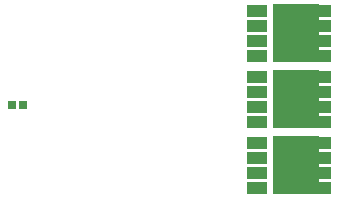
<source format=gbr>
%TF.GenerationSoftware,Altium Limited,Altium Designer,20.2.3 (150)*%
G04 Layer_Color=16711935*
%FSLAX26Y26*%
%MOIN*%
%TF.SameCoordinates,27716F98-0B22-40FE-96F5-AA6DB086EB47*%
%TF.FilePolarity,Negative*%
%TF.FileFunction,Soldermask,Bot*%
%TF.Part,Single*%
G01*
G75*
%TA.AperFunction,SMDPad,CuDef*%
%ADD43R,0.065087X0.041465*%
%ADD44R,0.049339X0.041465*%
%ADD45R,0.155638X0.193039*%
%ADD46R,0.029260X0.031622*%
D43*
X3091732Y1919000D02*
D03*
Y1969000D02*
D03*
Y2019000D02*
D03*
Y2069000D02*
D03*
Y1699000D02*
D03*
Y1749000D02*
D03*
Y1799000D02*
D03*
Y1849000D02*
D03*
Y1479000D02*
D03*
Y1529000D02*
D03*
Y1579000D02*
D03*
Y1629000D02*
D03*
D44*
X3316142Y2069000D02*
D03*
Y2019000D02*
D03*
Y1969000D02*
D03*
Y1919000D02*
D03*
Y1849000D02*
D03*
Y1799000D02*
D03*
Y1749000D02*
D03*
Y1699000D02*
D03*
Y1629000D02*
D03*
Y1579000D02*
D03*
Y1529000D02*
D03*
Y1479000D02*
D03*
D45*
X3221653Y1994000D02*
D03*
Y1774000D02*
D03*
Y1554000D02*
D03*
D46*
X2276766Y1755842D02*
D03*
X2310782D02*
D03*
%TF.MD5,843bbea2fa18b51311e899e6e8b14459*%
M02*

</source>
